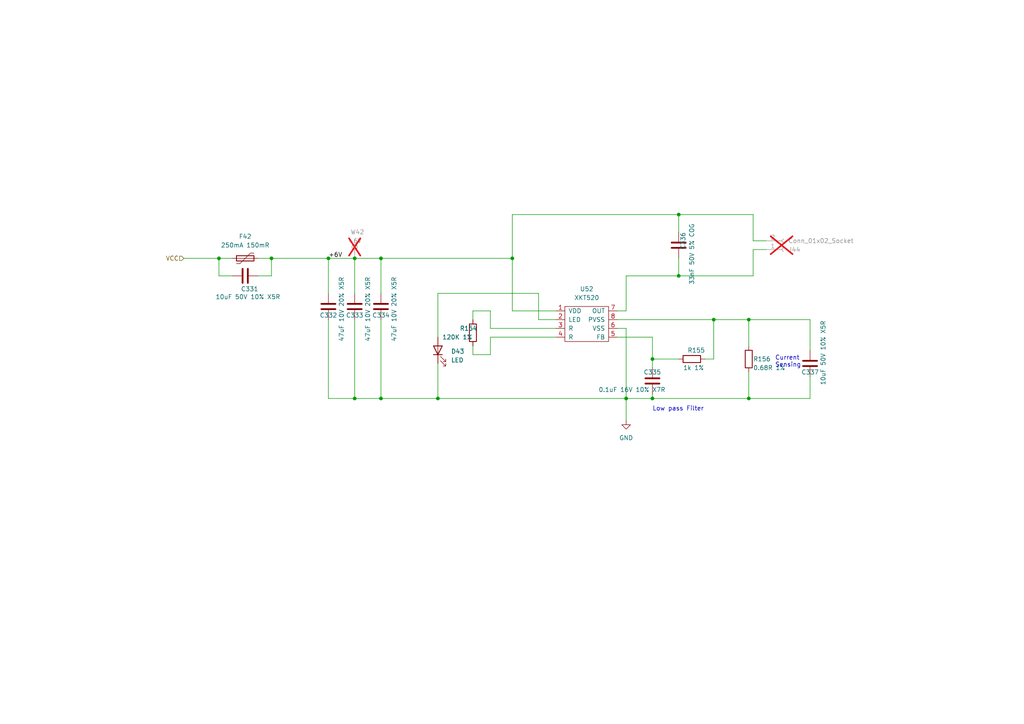
<source format=kicad_sch>
(kicad_sch (version 20250114) (generator "eeschema") (generator_version "9.0")
  (paper "A4")
  (lib_symbols
    (symbol "Connector:Conn_01x02_Socket" (pin_names (offset 1.016) (hide yes))
      (property "Reference" "J" (at 0 2.54 0))
      (property "Value" "Conn_01x02_Socket" (at 0 -5.08 0))
      (symbol "Conn_01x02_Socket_1_1"
        (polyline (pts (xy -1.27 0) (xy -0.508 0)) (stroke (width 0.1524)))
        (polyline (pts (xy -1.27 -2.54) (xy -0.508 -2.54)) (stroke (width 0.1524)))
        (arc (start 0 -0.508) (mid -0.5058 0) (end 0 0.508) (stroke (width 0.1524)))
        (arc (start 0 -3.048) (mid -0.5058 -2.54) (end 0 -2.032) (stroke (width 0.1524)))
        (pin passive line (at -5.08 0 0) (length 3.81) (name "Pin_1") (number "1"))
        (pin passive line (at -5.08 -2.54 0) (length 3.81) (name "Pin_2") (number "2"))
      )
    )
    (symbol "Device:C" (pin_numbers (hide yes)) (pin_names (offset 0.254))
      (property "Reference" "C" (at 0.635 2.54 0))
      (property "Value" "C" (at 0.635 -2.54 0))
      (symbol "C_0_1"
        (polyline (pts (xy -2.032 0.762) (xy 2.032 0.762)) (stroke (width 0.508)))
        (polyline (pts (xy -2.032 -0.762) (xy 2.032 -0.762)) (stroke (width 0.508)))
      )
      (symbol "C_1_1"
        (pin passive line (at 0 3.81 270) (length 2.794) (name "~") (number "1"))
        (pin passive line (at 0 -3.81 90) (length 2.794) (name "~") (number "2"))
      )
    )
    (symbol "Device:LED" (pin_numbers (hide yes)) (pin_names (offset 1.016) (hide yes))
      (property "Reference" "D" (at 0 2.54 0))
      (property "Value" "LED" (at 0 -2.54 0))
      (symbol "LED_0_1"
        (polyline (pts (xy -3.048 -0.762) (xy -4.572 -2.286) (xy -3.81 -2.286) (xy -4.572 -2.286) (xy -4.572 -1.524)))
        (polyline (pts (xy -1.778 -0.762) (xy -3.302 -2.286) (xy -2.54 -2.286) (xy -3.302 -2.286) (xy -3.302 -1.524)))
        (polyline (pts (xy -1.27 0) (xy 1.27 0)))
        (polyline (pts (xy -1.27 -1.27) (xy -1.27 1.27)) (stroke (width 0.254)))
        (polyline (pts (xy 1.27 -1.27) (xy 1.27 1.27) (xy -1.27 0) (xy 1.27 -1.27)) (stroke (width 0.254)))
      )
      (symbol "LED_1_1"
        (pin passive line (at -3.81 0 0) (length 2.54) (name "K") (number "1"))
        (pin passive line (at 3.81 0 180) (length 2.54) (name "A") (number "2"))
      )
    )
    (symbol "Device:Polyfuse" (pin_numbers (hide yes)) (pin_names (offset 0))
      (property "Reference" "F" (at -2.54 0 90))
      (property "Value" "Polyfuse" (at 2.54 0 90))
      (symbol "Polyfuse_0_1"
        (polyline (pts (xy -1.524 2.54) (xy -1.524 1.524) (xy 1.524 -1.524) (xy 1.524 -2.54)))
        (rectangle (start -0.762 2.54) (end 0.762 -2.54) (stroke (width 0.254)))
        (polyline (pts (xy 0 2.54) (xy 0 -2.54)))
      )
      (symbol "Polyfuse_1_1"
        (pin passive line (at 0 3.81 270) (length 1.27) (name "~") (number "1"))
        (pin passive line (at 0 -3.81 90) (length 1.27) (name "~") (number "2"))
      )
    )
    (symbol "Device:R" (pin_numbers (hide yes)) (pin_names (offset 0))
      (property "Reference" "R" (at 2.032 0 90))
      (property "Value" "R" (at 0 0 90))
      (symbol "R_0_1"
        (rectangle (start -1.016 -2.54) (end 1.016 2.54) (stroke (width 0.254)))
      )
      (symbol "R_1_1"
        (pin passive line (at 0 3.81 270) (length 1.27) (name "~") (number "1"))
        (pin passive line (at 0 -3.81 90) (length 1.27) (name "~") (number "2"))
      )
    )
    (symbol "Pixels-dice:TEST_1P-conn" (pin_numbers (hide yes)) (pin_names (offset 0.762) (hide yes))
      (property "Reference" "W" (at 0 6.858 0))
      (property "Value" "TEST_1P-conn" (at 0 5.08 0))
      (symbol "TEST_1P-conn_0_1"
        (circle (center 0 3.302) (radius 0.762))
      )
      (symbol "TEST_1P-conn_1_1"
        (pin passive line (at 0 0 90) (length 2.54) (name "1") (number "1"))
      )
    )
    (symbol "Pixels-dice:XKT520" (pin_names (offset 1.016))
      (property "Reference" "U" (at 0 6.35 0))
      (property "Value" "XKT520" (at 0 -6.35 0))
      (symbol "XKT520_0_1"
        (rectangle (start -6.35 5.08) (end 6.35 -5.08))
      )
      (symbol "XKT520_1_1"
        (pin power_in line (at -8.89 3.81 0) (length 2.54) (name "VDD") (number "1"))
        (pin output line (at -8.89 1.27 0) (length 2.54) (name "LED") (number "2"))
        (pin passive line (at -8.89 -1.27 0) (length 2.54) (name "R") (number "3"))
        (pin passive line (at -8.89 -3.81 0) (length 2.54) (name "R") (number "4"))
        (pin output line (at 8.89 3.81 180) (length 2.54) (name "OUT") (number "7"))
        (pin output line (at 8.89 1.27 180) (length 2.54) (name "PVSS") (number "8"))
        (pin power_in line (at 8.89 -1.27 180) (length 2.54) (name "VSS") (number "6"))
        (pin input line (at 8.89 -3.81 180) (length 2.54) (name "FB") (number "5"))
      )
    )
    (symbol "power:GND" (power) (pin_numbers (hide yes)) (pin_names (offset 0) (hide yes))
      (property "Value" "GND" (at 0 -3.81 0))
      (symbol "GND_0_1"
        (polyline (pts (xy 0 0) (xy 0 -1.27) (xy 1.27 -1.27) (xy 0 -2.54) (xy -1.27 -1.27) (xy 0 -1.27)))
      )
      (symbol "GND_1_1"
        (pin power_in line (at 0 0 270) (length 0) (name "~") (number "1"))
      )
    )
  )
  (text "Low pass Filter" (at 189.23 119.38 0) (effects (font (size 1.27 1.27)) (justify left bottom)))
  (text "Current\nSensing" (at 224.79 106.68 0) (effects (font (size 1.27 1.27)) (justify left bottom)))
  (junction (at 196.85 80.01))
  (junction (at 217.17 115.57))
  (junction (at 148.59 74.93))
  (junction (at 63.5 74.93))
  (junction (at 102.87 74.93))
  (junction (at 102.87 115.57))
  (junction (at 207.01 92.71))
  (junction (at 110.49 115.57))
  (junction (at 217.17 92.71))
  (junction (at 189.23 115.57))
  (junction (at 110.49 74.93))
  (junction (at 95.25 74.93))
  (junction (at 181.61 115.57))
  (junction (at 196.85 62.23))
  (junction (at 127 115.57))
  (junction (at 189.23 104.14))
  (junction (at 78.74 74.93))
  (wire (pts (xy 102.87 74.93) (xy 95.25 74.93)))
  (wire (pts (xy 196.85 62.23) (xy 196.85 67.31)))
  (wire (pts (xy 196.85 80.01) (xy 218.44 80.01)))
  (wire (pts (xy 181.61 115.57) (xy 189.23 115.57)))
  (wire (pts (xy 189.23 104.14) (xy 196.85 104.14)))
  (wire (pts (xy 217.17 107.95) (xy 217.17 115.57)))
  (wire (pts (xy 110.49 74.93) (xy 148.59 74.93)))
  (wire (pts (xy 181.61 95.25) (xy 179.07 95.25)))
  (wire (pts (xy 95.25 115.57) (xy 102.87 115.57)))
  (wire (pts (xy 148.59 74.93) (xy 148.59 90.17)))
  (wire (pts (xy 204.47 104.14) (xy 207.01 104.14)))
  (wire (pts (xy 53.34 74.93) (xy 63.5 74.93)))
  (wire (pts (xy 234.95 92.71) (xy 234.95 101.6)))
  (wire (pts (xy 137.16 90.17) (xy 137.16 92.71)))
  (wire (pts (xy 156.21 92.71) (xy 156.21 85.09)))
  (wire (pts (xy 196.85 74.93) (xy 196.85 80.01)))
  (wire (pts (xy 179.07 97.79) (xy 189.23 97.79)))
  (wire (pts (xy 74.93 80.01) (xy 78.74 80.01)))
  (wire (pts (xy 110.49 115.57) (xy 127 115.57)))
  (wire (pts (xy 127 105.41) (xy 127 115.57)))
  (wire (pts (xy 142.24 95.25) (xy 161.29 95.25)))
  (wire (pts (xy 181.61 95.25) (xy 181.61 115.57)))
  (wire (pts (xy 67.31 80.01) (xy 63.5 80.01)))
  (wire (pts (xy 142.24 102.87) (xy 137.16 102.87)))
  (wire (pts (xy 179.07 92.71) (xy 207.01 92.71)))
  (wire (pts (xy 102.87 115.57) (xy 110.49 115.57)))
  (wire (pts (xy 95.25 92.71) (xy 95.25 115.57)))
  (wire (pts (xy 189.23 114.3) (xy 189.23 115.57)))
  (wire (pts (xy 189.23 104.14) (xy 189.23 97.79)))
  (wire (pts (xy 196.85 80.01) (xy 181.61 80.01)))
  (wire (pts (xy 148.59 90.17) (xy 161.29 90.17)))
  (wire (pts (xy 142.24 90.17) (xy 142.24 95.25)))
  (wire (pts (xy 102.87 74.93) (xy 110.49 74.93)))
  (wire (pts (xy 110.49 74.93) (xy 110.49 85.09)))
  (wire (pts (xy 148.59 62.23) (xy 196.85 62.23)))
  (wire (pts (xy 142.24 102.87) (xy 142.24 97.79)))
  (wire (pts (xy 218.44 72.39) (xy 222.25 72.39)))
  (wire (pts (xy 78.74 80.01) (xy 78.74 74.93)))
  (wire (pts (xy 78.74 74.93) (xy 95.25 74.93)))
  (wire (pts (xy 196.85 62.23) (xy 218.44 62.23)))
  (wire (pts (xy 234.95 109.22) (xy 234.95 115.57)))
  (wire (pts (xy 218.44 69.85) (xy 218.44 62.23)))
  (wire (pts (xy 137.16 102.87) (xy 137.16 100.33)))
  (wire (pts (xy 127 85.09) (xy 127 97.79)))
  (wire (pts (xy 127 85.09) (xy 156.21 85.09)))
  (wire (pts (xy 217.17 92.71) (xy 217.17 100.33)))
  (wire (pts (xy 222.25 69.85) (xy 218.44 69.85)))
  (wire (pts (xy 102.87 74.93) (xy 102.87 85.09)))
  (wire (pts (xy 189.23 104.14) (xy 189.23 106.68)))
  (wire (pts (xy 217.17 92.71) (xy 234.95 92.71)))
  (wire (pts (xy 218.44 80.01) (xy 218.44 72.39)))
  (wire (pts (xy 217.17 115.57) (xy 189.23 115.57)))
  (wire (pts (xy 142.24 90.17) (xy 137.16 90.17)))
  (wire (pts (xy 207.01 104.14) (xy 207.01 92.71)))
  (wire (pts (xy 181.61 90.17) (xy 179.07 90.17)))
  (wire (pts (xy 74.93 74.93) (xy 78.74 74.93)))
  (wire (pts (xy 234.95 115.57) (xy 217.17 115.57)))
  (wire (pts (xy 207.01 92.71) (xy 217.17 92.71)))
  (wire (pts (xy 181.61 115.57) (xy 181.61 121.92)))
  (wire (pts (xy 127 115.57) (xy 181.61 115.57)))
  (wire (pts (xy 102.87 92.71) (xy 102.87 115.57)))
  (wire (pts (xy 148.59 62.23) (xy 148.59 74.93)))
  (wire (pts (xy 63.5 80.01) (xy 63.5 74.93)))
  (wire (pts (xy 181.61 80.01) (xy 181.61 90.17)))
  (wire (pts (xy 110.49 92.71) (xy 110.49 115.57)))
  (wire (pts (xy 142.24 97.79) (xy 161.29 97.79)))
  (wire (pts (xy 95.25 74.93) (xy 95.25 85.09)))
  (wire (pts (xy 63.5 74.93) (xy 67.31 74.93)))
  (wire (pts (xy 156.21 92.71) (xy 161.29 92.71)))
  (label "+6V" (at 95.25 74.93 0))
  (hierarchical_label "VCC" (shape input) (at 53.34 74.93 180))
  (symbol (lib_id "Device:LED") (at 127 101.6 90) (unit 1)
    (property "Reference" "D1" (at 130.81 101.9174 90) (effects (justify right)))
    (property "Value" "LED" (at 130.81 104.4574 90) (effects (justify right)))
    (property "Footprint" "LED_SMD:LED_0603_1608Metric" (effects (hide yes)))
    (instances (project "Charging Jig V1" (path "" (reference "D43") (unit 1)) (path "" (reference "D39") (unit 1)) (path "" (reference "D40") (unit 1)) (path "" (reference "D38") (unit 1)) (path "" (reference "D41") (unit 1)) (path "" (reference "D37") (unit 1)) (path "" (reference "D42") (unit 1)) (path "" (reference "D57") (unit 1)) (path "" (reference "D53") (unit 1)) (path "" (reference "D54") (unit 1)) (path "" (reference "D52") (unit 1)) (path "" (reference "D55") (unit 1)) (path "" (reference "D51") (unit 1)) (path "" (reference "D56") (unit 1)) (path "" (reference "D36") (unit 1)) (path "" (reference "D32") (unit 1)) (path "" (reference "D33") (unit 1)) (path "" (reference "D31") (unit 1)) (path "" (reference "D34") (unit 1)) (path "" (reference "D30") (unit 1)) (path "" (reference "D35") (unit 1)) (path "" (reference "D7") (unit 1)) (path "" (reference "D3") (unit 1)) (path "" (reference "D4") (unit 1)) (path "" (reference "D2") (unit 1)) (path "" (reference "D5") (unit 1)) (path "" (reference "D1") (unit 1)) (path "" (reference "D6") (unit 1)) (path "" (reference "D22") (unit 1)) (path "" (reference "D18") (unit 1)) (path "" (reference "D19") (unit 1)) (path "" (reference "D17") (unit 1)) (path "" (reference "D20") (unit 1)) (path "" (reference "D16") (unit 1)) (path "" (reference "D21") (unit 1)) (path "" (reference "D64") (unit 1)) (path "" (reference "D60") (unit 1)) (path "" (reference "D61") (unit 1)) (path "" (reference "D59") (unit 1)) (path "" (reference "D62") (unit 1)) (path "" (reference "D58") (unit 1)) (path "" (reference "D63") (unit 1)) (path "" (reference "D50") (unit 1)) (path "" (reference "D46") (unit 1)) (path "" (reference "D47") (unit 1)) (path "" (reference "D45") (unit 1)) (path "" (reference "D48") (unit 1)) (path "" (reference "D44") (unit 1)) (path "" (reference "D49") (unit 1)) (path "" (reference "D29") (unit 1)) (path "" (reference "D25") (unit 1)) (path "" (reference "D26") (unit 1)) (path "" (reference "D24") (unit 1)) (path "" (reference "D27") (unit 1)) (path "" (reference "D23") (unit 1)) (path "" (reference "D28") (unit 1)) (path "" (reference "D15") (unit 1)) (path "" (reference "D11") (unit 1)) (path "" (reference "D12") (unit 1)) (path "" (reference "D10") (unit 1)) (path "" (reference "D13") (unit 1)) (path "" (reference "D9") (unit 1)) (path "" (reference "D14") (unit 1)) (path "" (reference "D71") (unit 1)) (path "" (reference "D67") (unit 1)) (path "" (reference "D68") (unit 1)) (path "" (reference "D66") (unit 1)) (path "" (reference "D69") (unit 1)) (path "" (reference "D65") (unit 1)) (path "" (reference "D70") (unit 1))))
  )
  (symbol (lib_id "Device:C") (at 71.12 80.01 270) (unit 1)
    (property "Reference" "C1" (at 69.85 83.82 90) (effects (justify left)))
    (property "Value" "10uF 50V 10% X5R" (at 62.484 86.106 90) (effects (justify left)))
    (property "Footprint" "Capacitor_SMD:C_0805_2012Metric" (effects (hide yes)))
    (property "Part Number" " CGA0805X5R106K250MT" (effects (hide yes)))
    (property "Manufacturer" "HRE" (effects (hide yes)))
    (instances (project "Charging Jig V1" (path "" (reference "C331") (unit 1)) (path "" (reference "C303") (unit 1)) (path "" (reference "C310") (unit 1)) (path "" (reference "C296") (unit 1)) (path "" (reference "C317") (unit 1)) (path "" (reference "C289") (unit 1)) (path "" (reference "C324") (unit 1)) (path "" (reference "C429") (unit 1)) (path "" (reference "C401") (unit 1)) (path "" (reference "C408") (unit 1)) (path "" (reference "C394") (unit 1)) (path "" (reference "C415") (unit 1)) (path "" (reference "C387") (unit 1)) (path "" (reference "C422") (unit 1)) (path "" (reference "C262") (unit 1)) (path "" (reference "C234") (unit 1)) (path "" (reference "C241") (unit 1)) (path "" (reference "C227") (unit 1)) (path "" (reference "C248") (unit 1)) (path "" (reference "C220") (unit 1)) (path "" (reference "C255") (unit 1)) (path "" (reference "C43") (unit 1)) (path "" (reference "C15") (unit 1)) (path "" (reference "C22") (unit 1)) (path "" (reference "C8") (unit 1)) (path "" (reference "C29") (unit 1)) (path "" (reference "C1") (unit 1)) (path "" (reference "C36") (unit 1)) (path "" (reference "C156") (unit 1)) (path "" (reference "C128") (unit 1)) (path "" (reference "C135") (unit 1)) (path "" (reference "C121") (unit 1)) (path "" (reference "C142") (unit 1)) (path "" (reference "C114") (unit 1)) (path "" (reference "C149") (unit 1)) (path "" (reference "C478") (unit 1)) (path "" (reference "C450") (unit 1)) (path "" (reference "C457") (unit 1)) (path "" (reference "C443") (unit 1)) (path "" (reference "C464") (unit 1)) (path "" (reference "C436") (unit 1)) (path "" (reference "C471") (unit 1)) (path "" (reference "C380") (unit 1)) (path "" (reference "C352") (unit 1)) (path "" (reference "C359") (unit 1)) (path "" (reference "C345") (unit 1)) (path "" (reference "C366") (unit 1)) (path "" (reference "C338") (unit 1)) (path "" (reference "C373") (unit 1)) (path "" (reference "C209") (unit 1)) (path "" (reference "C181") (unit 1)) (path "" (reference "C188") (unit 1)) (path "" (reference "C174") (unit 1)) (path "" (reference "C195") (unit 1)) (path "" (reference "C167") (unit 1)) (path "" (reference "C202") (unit 1)) (path "" (reference "C103") (unit 1)) (path "" (reference "C75") (unit 1)) (path "" (reference "C82") (unit 1)) (path "" (reference "C68") (unit 1)) (path "" (reference "C89") (unit 1)) (path "" (reference "C61") (unit 1)) (path "" (reference "C96") (unit 1)) (path "" (reference "C527") (unit 1)) (path "" (reference "C499") (unit 1)) (path "" (reference "C506") (unit 1)) (path "" (reference "C492") (unit 1)) (path "" (reference "C513") (unit 1)) (path "" (reference "C485") (unit 1)) (path "" (reference "C520") (unit 1))))
  )
  (symbol (lib_id "Device:R") (at 137.16 96.52 180) (unit 1)
    (property "Reference" "R1" (at 133.35 95.25 0) (effects (justify right)))
    (property "Value" "120K 1%" (at 128.27 97.79 0) (effects (justify right)))
    (property "Footprint" "Resistor_SMD:R_0402_1005Metric" (effects (hide yes)))
    (property "Part Number" "0402WGF1203TCE" (effects (hide yes)))
    (property "Manufacturer" "UNI-ROYAL(Uniroyal Elec)" (effects (hide yes)))
    (property "LCSC Part #" "C25750" (effects (hide yes)))
    (instances (project "Charging Jig V1" (path "" (reference "R154") (unit 1)) (path "" (reference "R142") (unit 1)) (path "" (reference "R145") (unit 1)) (path "" (reference "R139") (unit 1)) (path "" (reference "R148") (unit 1)) (path "" (reference "R136") (unit 1)) (path "" (reference "R151") (unit 1)) (path "" (reference "R196") (unit 1)) (path "" (reference "R184") (unit 1)) (path "" (reference "R187") (unit 1)) (path "" (reference "R181") (unit 1)) (path "" (reference "R190") (unit 1)) (path "" (reference "R178") (unit 1)) (path "" (reference "R193") (unit 1)) (path "" (reference "R118") (unit 1)) (path "" (reference "R106") (unit 1)) (path "" (reference "R109") (unit 1)) (path "" (reference "R103") (unit 1)) (path "" (reference "R112") (unit 1)) (path "" (reference "R100") (unit 1)) (path "" (reference "R115") (unit 1)) (path "" (reference "R19") (unit 1)) (path "" (reference "R7") (unit 1)) (path "" (reference "R10") (unit 1)) (path "" (reference "R4") (unit 1)) (path "" (reference "R13") (unit 1)) (path "" (reference "R1") (unit 1)) (path "" (reference "R16") (unit 1)) (path "" (reference "R70") (unit 1)) (path "" (reference "R58") (unit 1)) (path "" (reference "R61") (unit 1)) (path "" (reference "R55") (unit 1)) (path "" (reference "R64") (unit 1)) (path "" (reference "R52") (unit 1)) (path "" (reference "R67") (unit 1)) (path "" (reference "R217") (unit 1)) (path "" (reference "R205") (unit 1)) (path "" (reference "R208") (unit 1)) (path "" (reference "R202") (unit 1)) (path "" (reference "R211") (unit 1)) (path "" (reference "R199") (unit 1)) (path "" (reference "R214") (unit 1)) (path "" (reference "R175") (unit 1)) (path "" (reference "R163") (unit 1)) (path "" (reference "R166") (unit 1)) (path "" (reference "R160") (unit 1)) (path "" (reference "R169") (unit 1)) (path "" (reference "R157") (unit 1)) (path "" (reference "R172") (unit 1)) (path "" (reference "R94") (unit 1)) (path "" (reference "R82") (unit 1)) (path "" (reference "R85") (unit 1)) (path "" (reference "R79") (unit 1)) (path "" (reference "R88") (unit 1)) (path "" (reference "R76") (unit 1)) (path "" (reference "R91") (unit 1)) (path "" (reference "R46") (unit 1)) (path "" (reference "R34") (unit 1)) (path "" (reference "R37") (unit 1)) (path "" (reference "R31") (unit 1)) (path "" (reference "R40") (unit 1)) (path "" (reference "R28") (unit 1)) (path "" (reference "R43") (unit 1)) (path "" (reference "R238") (unit 1)) (path "" (reference "R226") (unit 1)) (path "" (reference "R229") (unit 1)) (path "" (reference "R223") (unit 1)) (path "" (reference "R232") (unit 1)) (path "" (reference "R220") (unit 1)) (path "" (reference "R235") (unit 1))))
  )
  (symbol (lib_id "Device:C") (at 189.23 110.49 180) (unit 1)
    (property "Reference" "C5" (at 191.77 107.95 0) (effects (justify left)))
    (property "Value" "0.1uF 16V 10% X7R" (at 193.04 113.03 0) (effects (justify left)))
    (property "Footprint" "Capacitor_SMD:C_0603_1608Metric" (effects (hide yes)))
    (property "Part Number" "CGA0603X7R104K500JT" (effects (hide yes)))
    (property "Manufacturer" "HRE" (effects (hide yes)))
    (instances (project "Charging Jig V1" (path "" (reference "C335") (unit 1)) (path "" (reference "C307") (unit 1)) (path "" (reference "C314") (unit 1)) (path "" (reference "C300") (unit 1)) (path "" (reference "C321") (unit 1)) (path "" (reference "C293") (unit 1)) (path "" (reference "C328") (unit 1)) (path "" (reference "C433") (unit 1)) (path "" (reference "C405") (unit 1)) (path "" (reference "C412") (unit 1)) (path "" (reference "C398") (unit 1)) (path "" (reference "C419") (unit 1)) (path "" (reference "C391") (unit 1)) (path "" (reference "C426") (unit 1)) (path "" (reference "C266") (unit 1)) (path "" (reference "C238") (unit 1)) (path "" (reference "C245") (unit 1)) (path "" (reference "C231") (unit 1)) (path "" (reference "C252") (unit 1)) (path "" (reference "C224") (unit 1)) (path "" (reference "C259") (unit 1)) (path "" (reference "C47") (unit 1)) (path "" (reference "C19") (unit 1)) (path "" (reference "C26") (unit 1)) (path "" (reference "C12") (unit 1)) (path "" (reference "C33") (unit 1)) (path "" (reference "C5") (unit 1)) (path "" (reference "C40") (unit 1)) (path "" (reference "C160") (unit 1)) (path "" (reference "C132") (unit 1)) (path "" (reference "C139") (unit 1)) (path "" (reference "C125") (unit 1)) (path "" (reference "C146") (unit 1)) (path "" (reference "C118") (unit 1)) (path "" (reference "C153") (unit 1)) (path "" (reference "C482") (unit 1)) (path "" (reference "C454") (unit 1)) (path "" (reference "C461") (unit 1)) (path "" (reference "C447") (unit 1)) (path "" (reference "C468") (unit 1)) (path "" (reference "C440") (unit 1)) (path "" (reference "C475") (unit 1)) (path "" (reference "C384") (unit 1)) (path "" (reference "C356") (unit 1)) (path "" (reference "C363") (unit 1)) (path "" (reference "C349") (unit 1)) (path "" (reference "C370") (unit 1)) (path "" (reference "C342") (unit 1)) (path "" (reference "C377") (unit 1)) (path "" (reference "C213") (unit 1)) (path "" (reference "C185") (unit 1)) (path "" (reference "C192") (unit 1)) (path "" (reference "C178") (unit 1)) (path "" (reference "C199") (unit 1)) (path "" (reference "C171") (unit 1)) (path "" (reference "C206") (unit 1)) (path "" (reference "C107") (unit 1)) (path "" (reference "C79") (unit 1)) (path "" (reference "C86") (unit 1)) (path "" (reference "C72") (unit 1)) (path "" (reference "C93") (unit 1)) (path "" (reference "C65") (unit 1)) (path "" (reference "C100") (unit 1)) (path "" (reference "C531") (unit 1)) (path "" (reference "C503") (unit 1)) (path "" (reference "C510") (unit 1)) (path "" (reference "C496") (unit 1)) (path "" (reference "C517") (unit 1)) (path "" (reference "C489") (unit 1)) (path "" (reference "C524") (unit 1))))
  )
  (symbol (lib_id "Device:C") (at 102.87 88.9 0) (unit 1)
    (property "Reference" "C3" (at 100.33 91.44 0) (effects (justify left)))
    (property "Value" "47uF 10V 20% X5R" (at 106.68 99.06 90) (effects (justify left)))
    (property "Footprint" "Capacitor_SMD:C_1206_3216Metric" (effects (hide yes)))
    (property "Part Number" " CGA1206X5R476M100NT" (effects (hide yes)))
    (property "Manufacturer" "HRE" (effects (hide yes)))
    (instances (project "Charging Jig V1" (path "" (reference "C333") (unit 1)) (path "" (reference "C305") (unit 1)) (path "" (reference "C312") (unit 1)) (path "" (reference "C298") (unit 1)) (path "" (reference "C319") (unit 1)) (path "" (reference "C291") (unit 1)) (path "" (reference "C326") (unit 1)) (path "" (reference "C431") (unit 1)) (path "" (reference "C403") (unit 1)) (path "" (reference "C410") (unit 1)) (path "" (reference "C396") (unit 1)) (path "" (reference "C417") (unit 1)) (path "" (reference "C389") (unit 1)) (path "" (reference "C424") (unit 1)) (path "" (reference "C264") (unit 1)) (path "" (reference "C236") (unit 1)) (path "" (reference "C243") (unit 1)) (path "" (reference "C229") (unit 1)) (path "" (reference "C250") (unit 1)) (path "" (reference "C222") (unit 1)) (path "" (reference "C257") (unit 1)) (path "" (reference "C45") (unit 1)) (path "" (reference "C17") (unit 1)) (path "" (reference "C24") (unit 1)) (path "" (reference "C10") (unit 1)) (path "" (reference "C31") (unit 1)) (path "" (reference "C3") (unit 1)) (path "" (reference "C38") (unit 1)) (path "" (reference "C158") (unit 1)) (path "" (reference "C130") (unit 1)) (path "" (reference "C137") (unit 1)) (path "" (reference "C123") (unit 1)) (path "" (reference "C144") (unit 1)) (path "" (reference "C116") (unit 1)) (path "" (reference "C151") (unit 1)) (path "" (reference "C480") (unit 1)) (path "" (reference "C452") (unit 1)) (path "" (reference "C459") (unit 1)) (path "" (reference "C445") (unit 1)) (path "" (reference "C466") (unit 1)) (path "" (reference "C438") (unit 1)) (path "" (reference "C473") (unit 1)) (path "" (reference "C382") (unit 1)) (path "" (reference "C354") (unit 1)) (path "" (reference "C361") (unit 1)) (path "" (reference "C347") (unit 1)) (path "" (reference "C368") (unit 1)) (path "" (reference "C340") (unit 1)) (path "" (reference "C375") (unit 1)) (path "" (reference "C211") (unit 1)) (path "" (reference "C183") (unit 1)) (path "" (reference "C190") (unit 1)) (path "" (reference "C176") (unit 1)) (path "" (reference "C197") (unit 1)) (path "" (reference "C169") (unit 1)) (path "" (reference "C204") (unit 1)) (path "" (reference "C105") (unit 1)) (path "" (reference "C77") (unit 1)) (path "" (reference "C84") (unit 1)) (path "" (reference "C70") (unit 1)) (path "" (reference "C91") (unit 1)) (path "" (reference "C63") (unit 1)) (path "" (reference "C98") (unit 1)) (path "" (reference "C529") (unit 1)) (path "" (reference "C501") (unit 1)) (path "" (reference "C508") (unit 1)) (path "" (reference "C494") (unit 1)) (path "" (reference "C515") (unit 1)) (path "" (reference "C487") (unit 1)) (path "" (reference "C522") (unit 1))))
  )
  (symbol (lib_id "Device:C") (at 234.95 105.41 0) (unit 1)
    (property "Reference" "C7" (at 232.41 107.95 0) (effects (justify left)))
    (property "Value" "10uF 50V 10% X5R" (at 238.76 111.76 90) (effects (justify left)))
    (property "Footprint" "Capacitor_SMD:C_0805_2012Metric" (effects (hide yes)))
    (property "Part Number" " CGA0805X5R106K250MT" (effects (hide yes)))
    (property "Manufacturer" "HRE" (effects (hide yes)))
    (instances (project "Charging Jig V1" (path "" (reference "C337") (unit 1)) (path "" (reference "C309") (unit 1)) (path "" (reference "C316") (unit 1)) (path "" (reference "C302") (unit 1)) (path "" (reference "C323") (unit 1)) (path "" (reference "C295") (unit 1)) (path "" (reference "C330") (unit 1)) (path "" (reference "C435") (unit 1)) (path "" (reference "C407") (unit 1)) (path "" (reference "C414") (unit 1)) (path "" (reference "C400") (unit 1)) (path "" (reference "C421") (unit 1)) (path "" (reference "C393") (unit 1)) (path "" (reference "C428") (unit 1)) (path "" (reference "C268") (unit 1)) (path "" (reference "C240") (unit 1)) (path "" (reference "C247") (unit 1)) (path "" (reference "C233") (unit 1)) (path "" (reference "C254") (unit 1)) (path "" (reference "C226") (unit 1)) (path "" (reference "C261") (unit 1)) (path "" (reference "C49") (unit 1)) (path "" (reference "C21") (unit 1)) (path "" (reference "C28") (unit 1)) (path "" (reference "C14") (unit 1)) (path "" (reference "C35") (unit 1)) (path "" (reference "C7") (unit 1)) (path "" (reference "C42") (unit 1)) (path "" (reference "C162") (unit 1)) (path "" (reference "C134") (unit 1)) (path "" (reference "C141") (unit 1)) (path "" (reference "C127") (unit 1)) (path "" (reference "C148") (unit 1)) (path "" (reference "C120") (unit 1)) (path "" (reference "C155") (unit 1)) (path "" (reference "C484") (unit 1)) (path "" (reference "C456") (unit 1)) (path "" (reference "C463") (unit 1)) (path "" (reference "C449") (unit 1)) (path "" (reference "C470") (unit 1)) (path "" (reference "C442") (unit 1)) (path "" (reference "C477") (unit 1)) (path "" (reference "C386") (unit 1)) (path "" (reference "C358") (unit 1)) (path "" (reference "C365") (unit 1)) (path "" (reference "C351") (unit 1)) (path "" (reference "C372") (unit 1)) (path "" (reference "C344") (unit 1)) (path "" (reference "C379") (unit 1)) (path "" (reference "C215") (unit 1)) (path "" (reference "C187") (unit 1)) (path "" (reference "C194") (unit 1)) (path "" (reference "C180") (unit 1)) (path "" (reference "C201") (unit 1)) (path "" (reference "C173") (unit 1)) (path "" (reference "C208") (unit 1)) (path "" (reference "C109") (unit 1)) (path "" (reference "C81") (unit 1)) (path "" (reference "C88") (unit 1)) (path "" (reference "C74") (unit 1)) (path "" (reference "C95") (unit 1)) (path "" (reference "C67") (unit 1)) (path "" (reference "C102") (unit 1)) (path "" (reference "C533") (unit 1)) (path "" (reference "C505") (unit 1)) (path "" (reference "C512") (unit 1)) (path "" (reference "C498") (unit 1)) (path "" (reference "C519") (unit 1)) (path "" (reference "C491") (unit 1)) (path "" (reference "C526") (unit 1))))
  )
  (symbol (lib_id "Device:R") (at 200.66 104.14 90) (unit 1)
    (property "Reference" "R2" (at 199.39 101.6 90) (effects (justify right)))
    (property "Value" "1k 1%" (at 198.12 106.68 90) (effects (justify right)))
    (property "Footprint" "Resistor_SMD:R_0402_1005Metric" (effects (hide yes)))
    (property "Part Number" "0402WGF1001TCE" (effects (hide yes)))
    (property "Manufacturer" "UNI-ROYAL(Uniroyal Elec)" (effects (hide yes)))
    (property "LCSC Part #" "C11702" (effects (hide yes)))
    (instances (project "Charging Jig V1" (path "" (reference "R155") (unit 1)) (path "" (reference "R143") (unit 1)) (path "" (reference "R146") (unit 1)) (path "" (reference "R140") (unit 1)) (path "" (reference "R149") (unit 1)) (path "" (reference "R137") (unit 1)) (path "" (reference "R152") (unit 1)) (path "" (reference "R197") (unit 1)) (path "" (reference "R185") (unit 1)) (path "" (reference "R188") (unit 1)) (path "" (reference "R182") (unit 1)) (path "" (reference "R191") (unit 1)) (path "" (reference "R179") (unit 1)) (path "" (reference "R194") (unit 1)) (path "" (reference "R119") (unit 1)) (path "" (reference "R107") (unit 1)) (path "" (reference "R110") (unit 1)) (path "" (reference "R104") (unit 1)) (path "" (reference "R113") (unit 1)) (path "" (reference "R101") (unit 1)) (path "" (reference "R116") (unit 1)) (path "" (reference "R20") (unit 1)) (path "" (reference "R8") (unit 1)) (path "" (reference "R11") (unit 1)) (path "" (reference "R5") (unit 1)) (path "" (reference "R14") (unit 1)) (path "" (reference "R2") (unit 1)) (path "" (reference "R17") (unit 1)) (path "" (reference "R71") (unit 1)) (path "" (reference "R59") (unit 1)) (path "" (reference "R62") (unit 1)) (path "" (reference "R56") (unit 1)) (path "" (reference "R65") (unit 1)) (path "" (reference "R53") (unit 1)) (path "" (reference "R68") (unit 1)) (path "" (reference "R218") (unit 1)) (path "" (reference "R206") (unit 1)) (path "" (reference "R209") (unit 1)) (path "" (reference "R203") (unit 1)) (path "" (reference "R212") (unit 1)) (path "" (reference "R200") (unit 1)) (path "" (reference "R215") (unit 1)) (path "" (reference "R176") (unit 1)) (path "" (reference "R164") (unit 1)) (path "" (reference "R167") (unit 1)) (path "" (reference "R161") (unit 1)) (path "" (reference "R170") (unit 1)) (path "" (reference "R158") (unit 1)) (path "" (reference "R173") (unit 1)) (path "" (reference "R95") (unit 1)) (path "" (reference "R83") (unit 1)) (path "" (reference "R86") (unit 1)) (path "" (reference "R80") (unit 1)) (path "" (reference "R89") (unit 1)) (path "" (reference "R77") (unit 1)) (path "" (reference "R92") (unit 1)) (path "" (reference "R47") (unit 1)) (path "" (reference "R35") (unit 1)) (path "" (reference "R38") (unit 1)) (path "" (reference "R32") (unit 1)) (path "" (reference "R41") (unit 1)) (path "" (reference "R29") (unit 1)) (path "" (reference "R44") (unit 1)) (path "" (reference "R239") (unit 1)) (path "" (reference "R227") (unit 1)) (path "" (reference "R230") (unit 1)) (path "" (reference "R224") (unit 1)) (path "" (reference "R233") (unit 1)) (path "" (reference "R221") (unit 1)) (path "" (reference "R236") (unit 1))))
  )
  (symbol (lib_id "power:GND") (at 181.61 121.92 0) (unit 1)
    (property "Reference" "#PWR01" (effects (hide yes)))
    (property "Value" "GND" (at 181.61 127 0))
    (property "Description" "Power symbol creates a global label with name \"GND\" , ground" (effects (hide yes)))
    (instances (project "Charging Jig V1" (path "" (reference "#PWR053") (unit 1)) (path "" (reference "#PWR049") (unit 1)) (path "" (reference "#PWR050") (unit 1)) (path "" (reference "#PWR048") (unit 1)) (path "" (reference "#PWR051") (unit 1)) (path "" (reference "#PWR047") (unit 1)) (path "" (reference "#PWR052") (unit 1)) (path "" (reference "#PWR067") (unit 1)) (path "" (reference "#PWR063") (unit 1)) (path "" (reference "#PWR064") (unit 1)) (path "" (reference "#PWR062") (unit 1)) (path "" (reference "#PWR065") (unit 1)) (path "" (reference "#PWR061") (unit 1)) (path "" (reference "#PWR066") (unit 1)) (path "" (reference "#PWR041") (unit 1)) (path "" (reference "#PWR037") (unit 1)) (path "" (reference "#PWR038") (unit 1)) (path "" (reference "#PWR036") (unit 1)) (path "" (reference "#PWR039") (unit 1)) (path "" (reference "#PWR035") (unit 1)) (path "" (reference "#PWR040") (unit 1)) (path "" (reference "#PWR07") (unit 1)) (path "" (reference "#PWR03") (unit 1)) (path "" (reference "#PWR04") (unit 1)) (path "" (reference "#PWR02") (unit 1)) (path "" (reference "#PWR05") (unit 1)) (path "" (reference "#PWR01") (unit 1)) (path "" (reference "#PWR06") (unit 1)) (path "" (reference "#PWR025") (unit 1)) (path "" (reference "#PWR021") (unit 1)) (path "" (reference "#PWR022") (unit 1)) (path "" (reference "#PWR020") (unit 1)) (path "" (reference "#PWR023") (unit 1)) (path "" (reference "#PWR019") (unit 1)) (path "" (reference "#PWR024") (unit 1)) (path "" (reference "#PWR074") (unit 1)) (path "" (reference "#PWR070") (unit 1)) (path "" (reference "#PWR071") (unit 1)) (path "" (reference "#PWR069") (unit 1)) (path "" (reference "#PWR072") (unit 1)) (path "" (reference "#PWR068") (unit 1)) (path "" (reference "#PWR073") (unit 1)) (path "" (reference "#PWR060") (unit 1)) (path "" (reference "#PWR056") (unit 1)) (path "" (reference "#PWR057") (unit 1)) (path "" (reference "#PWR055") (unit 1)) (path "" (reference "#PWR058") (unit 1)) (path "" (reference "#PWR054") (unit 1)) (path "" (reference "#PWR059") (unit 1)) (path "" (reference "#PWR033") (unit 1)) (path "" (reference "#PWR029") (unit 1)) (path "" (reference "#PWR030") (unit 1)) (path "" (reference "#PWR028") (unit 1)) (path "" (reference "#PWR031") (unit 1)) (path "" (reference "#PWR027") (unit 1)) (path "" (reference "#PWR032") (unit 1)) (path "" (reference "#PWR017") (unit 1)) (path "" (reference "#PWR013") (unit 1)) (path "" (reference "#PWR014") (unit 1)) (path "" (reference "#PWR012") (unit 1)) (path "" (reference "#PWR015") (unit 1)) (path "" (reference "#PWR011") (unit 1)) (path "" (reference "#PWR016") (unit 1)) (path "" (reference "#PWR084") (unit 1)) (path "" (reference "#PWR077") (unit 1)) (path "" (reference "#PWR078") (unit 1)) (path "" (reference "#PWR076") (unit 1)) (path "" (reference "#PWR079") (unit 1)) (path "" (reference "#PWR075") (unit 1)) (path "" (reference "#PWR082") (unit 1))))
  )
  (symbol (lib_id "Pixels-dice:XKT520") (at 170.18 93.98 0) (unit 1)
    (property "Reference" "U1" (at 170.18 83.82 0))
    (property "Value" "XKT520" (at 170.18 86.36 0))
    (property "Footprint" "Pixels-dice:SOIC-8_3.9x4.9mm_P1.27mm" (effects (hide yes)))
    (property "Manufacturer" "XKT" (effects (hide yes)))
    (property "Part Number" "520" (effects (hide yes)))
    (instances (project "Charging Jig V1" (path "" (reference "U52") (unit 1)) (path "" (reference "U48") (unit 1)) (path "" (reference "U49") (unit 1)) (path "" (reference "U47") (unit 1)) (path "" (reference "U50") (unit 1)) (path "" (reference "U46") (unit 1)) (path "" (reference "U51") (unit 1)) (path "" (reference "U66") (unit 1)) (path "" (reference "U62") (unit 1)) (path "" (reference "U63") (unit 1)) (path "" (reference "U61") (unit 1)) (path "" (reference "U64") (unit 1)) (path "" (reference "U60") (unit 1)) (path "" (reference "U65") (unit 1)) (path "" (reference "U40") (unit 1)) (path "" (reference "U36") (unit 1)) (path "" (reference "U37") (unit 1)) (path "" (reference "U35") (unit 1)) (path "" (reference "U38") (unit 1)) (path "" (reference "U34") (unit 1)) (path "" (reference "U39") (unit 1)) (path "" (reference "U7") (unit 1)) (path "" (reference "U3") (unit 1)) (path "" (reference "U4") (unit 1)) (path "" (reference "U2") (unit 1)) (path "" (reference "U5") (unit 1)) (path "" (reference "U1") (unit 1)) (path "" (reference "U6") (unit 1)) (path "" (reference "U24") (unit 1)) (path "" (reference "U20") (unit 1)) (path "" (reference "U21") (unit 1)) (path "" (reference "U19") (unit 1)) (path "" (reference "U22") (unit 1)) (path "" (reference "U18") (unit 1)) (path "" (reference "U23") (unit 1)) (path "" (reference "U73") (unit 1)) (path "" (reference "U69") (unit 1)) (path "" (reference "U70") (unit 1)) (path "" (reference "U68") (unit 1)) (path "" (reference "U71") (unit 1)) (path "" (reference "U67") (unit 1)) (path "" (reference "U72") (unit 1)) (path "" (reference "U59") (unit 1)) (path "" (reference "U55") (unit 1)) (path "" (reference "U56") (unit 1)) (path "" (reference "U54") (unit 1)) (path "" (reference "U57") (unit 1)) (path "" (reference "U53") (unit 1)) (path "" (reference "U58") (unit 1)) (path "" (reference "U32") (unit 1)) (path "" (reference "U28") (unit 1)) (path "" (reference "U29") (unit 1)) (path "" (reference "U27") (unit 1)) (path "" (reference "U30") (unit 1)) (path "" (reference "U26") (unit 1)) (path "" (reference "U31") (unit 1)) (path "" (reference "U16") (unit 1)) (path "" (reference "U12") (unit 1)) (path "" (reference "U13") (unit 1)) (path "" (reference "U11") (unit 1)) (path "" (reference "U14") (unit 1)) (path "" (reference "U10") (unit 1)) (path "" (reference "U15") (unit 1)) (path "" (reference "U80") (unit 1)) (path "" (reference "U76") (unit 1)) (path "" (reference "U77") (unit 1)) (path "" (reference "U75") (unit 1)) (path "" (reference "U78") (unit 1)) (path "" (reference "U74") (unit 1)) (path "" (reference "U79") (unit 1))))
  )
  (symbol (lib_id "Device:R") (at 217.17 104.14 180) (unit 1)
    (property "Reference" "R3" (at 218.44 104.14 0) (effects (justify right)))
    (property "Value" "0.68R 1%" (at 218.44 106.68 0) (effects (justify right)))
    (property "Footprint" "Resistor_SMD:R_1206_3216Metric" (effects (hide yes)))
    (property "Manufacturer" "UNI-ROYAL(Uniroyal Elec)" (effects (hide yes)))
    (instances (project "Charging Jig V1" (path "" (reference "R156") (unit 1)) (path "" (reference "R144") (unit 1)) (path "" (reference "R147") (unit 1)) (path "" (reference "R141") (unit 1)) (path "" (reference "R150") (unit 1)) (path "" (reference "R138") (unit 1)) (path "" (reference "R153") (unit 1)) (path "" (reference "R198") (unit 1)) (path "" (reference "R186") (unit 1)) (path "" (reference "R189") (unit 1)) (path "" (reference "R183") (unit 1)) (path "" (reference "R192") (unit 1)) (path "" (reference "R180") (unit 1)) (path "" (reference "R195") (unit 1)) (path "" (reference "R120") (unit 1)) (path "" (reference "R108") (unit 1)) (path "" (reference "R111") (unit 1)) (path "" (reference "R105") (unit 1)) (path "" (reference "R114") (unit 1)) (path "" (reference "R102") (unit 1)) (path "" (reference "R117") (unit 1)) (path "" (reference "R21") (unit 1)) (path "" (reference "R9") (unit 1)) (path "" (reference "R12") (unit 1)) (path "" (reference "R6") (unit 1)) (path "" (reference "R15") (unit 1)) (path "" (reference "R3") (unit 1)) (path "" (reference "R18") (unit 1)) (path "" (reference "R72") (unit 1)) (path "" (reference "R60") (unit 1)) (path "" (reference "R63") (unit 1)) (path "" (reference "R57") (unit 1)) (path "" (reference "R66") (unit 1)) (path "" (reference "R54") (unit 1)) (path "" (reference "R69") (unit 1)) (path "" (reference "R219") (unit 1)) (path "" (reference "R207") (unit 1)) (path "" (reference "R210") (unit 1)) (path "" (reference "R204") (unit 1)) (path "" (reference "R213") (unit 1)) (path "" (reference "R201") (unit 1)) (path "" (reference "R216") (unit 1)) (path "" (reference "R177") (unit 1)) (path "" (reference "R165") (unit 1)) (path "" (reference "R168") (unit 1)) (path "" (reference "R162") (unit 1)) (path "" (reference "R171") (unit 1)) (path "" (reference "R159") (unit 1)) (path "" (reference "R174") (unit 1)) (path "" (reference "R96") (unit 1)) (path "" (reference "R84") (unit 1)) (path "" (reference "R87") (unit 1)) (path "" (reference "R81") (unit 1)) (path "" (reference "R90") (unit 1)) (path "" (reference "R78") (unit 1)) (path "" (reference "R93") (unit 1)) (path "" (reference "R48") (unit 1)) (path "" (reference "R36") (unit 1)) (path "" (reference "R39") (unit 1)) (path "" (reference "R33") (unit 1)) (path "" (reference "R42") (unit 1)) (path "" (reference "R30") (unit 1)) (path "" (reference "R45") (unit 1)) (path "" (reference "R240") (unit 1)) (path "" (reference "R228") (unit 1)) (path "" (reference "R231") (unit 1)) (path "" (reference "R225") (unit 1)) (path "" (reference "R234") (unit 1)) (path "" (reference "R222") (unit 1)) (path "" (reference "R237") (unit 1))))
  )
  (symbol (lib_id "Device:C") (at 95.25 88.9 0) (unit 1)
    (property "Reference" "C2" (at 92.71 91.44 0) (effects (justify left)))
    (property "Value" "47uF 10V 20% X5R" (at 99.06 99.06 90) (effects (justify left)))
    (property "Footprint" "Capacitor_SMD:C_1206_3216Metric" (effects (hide yes)))
    (property "Part Number" " CGA1206X5R476M100NT" (effects (hide yes)))
    (property "Manufacturer" "HRE" (effects (hide yes)))
    (instances (project "Charging Jig V1" (path "" (reference "C332") (unit 1)) (path "" (reference "C304") (unit 1)) (path "" (reference "C311") (unit 1)) (path "" (reference "C297") (unit 1)) (path "" (reference "C318") (unit 1)) (path "" (reference "C290") (unit 1)) (path "" (reference "C325") (unit 1)) (path "" (reference "C430") (unit 1)) (path "" (reference "C402") (unit 1)) (path "" (reference "C409") (unit 1)) (path "" (reference "C395") (unit 1)) (path "" (reference "C416") (unit 1)) (path "" (reference "C388") (unit 1)) (path "" (reference "C423") (unit 1)) (path "" (reference "C263") (unit 1)) (path "" (reference "C235") (unit 1)) (path "" (reference "C242") (unit 1)) (path "" (reference "C228") (unit 1)) (path "" (reference "C249") (unit 1)) (path "" (reference "C221") (unit 1)) (path "" (reference "C256") (unit 1)) (path "" (reference "C44") (unit 1)) (path "" (reference "C16") (unit 1)) (path "" (reference "C23") (unit 1)) (path "" (reference "C9") (unit 1)) (path "" (reference "C30") (unit 1)) (path "" (reference "C2") (unit 1)) (path "" (reference "C37") (unit 1)) (path "" (reference "C157") (unit 1)) (path "" (reference "C129") (unit 1)) (path "" (reference "C136") (unit 1)) (path "" (reference "C122") (unit 1)) (path "" (reference "C143") (unit 1)) (path "" (reference "C115") (unit 1)) (path "" (reference "C150") (unit 1)) (path "" (reference "C479") (unit 1)) (path "" (reference "C451") (unit 1)) (path "" (reference "C458") (unit 1)) (path "" (reference "C444") (unit 1)) (path "" (reference "C465") (unit 1)) (path "" (reference "C437") (unit 1)) (path "" (reference "C472") (unit 1)) (path "" (reference "C381") (unit 1)) (path "" (reference "C353") (unit 1)) (path "" (reference "C360") (unit 1)) (path "" (reference "C346") (unit 1)) (path "" (reference "C367") (unit 1)) (path "" (reference "C339") (unit 1)) (path "" (reference "C374") (unit 1)) (path "" (reference "C210") (unit 1)) (path "" (reference "C182") (unit 1)) (path "" (reference "C189") (unit 1)) (path "" (reference "C175") (unit 1)) (path "" (reference "C196") (unit 1)) (path "" (reference "C168") (unit 1)) (path "" (reference "C203") (unit 1)) (path "" (reference "C104") (unit 1)) (path "" (reference "C76") (unit 1)) (path "" (reference "C83") (unit 1)) (path "" (reference "C69") (unit 1)) (path "" (reference "C90") (unit 1)) (path "" (reference "C62") (unit 1)) (path "" (reference "C97") (unit 1)) (path "" (reference "C528") (unit 1)) (path "" (reference "C500") (unit 1)) (path "" (reference "C507") (unit 1)) (path "" (reference "C493") (unit 1)) (path "" (reference "C514") (unit 1)) (path "" (reference "C486") (unit 1)) (path "" (reference "C521") (unit 1))))
  )
  (symbol (lib_id "Connector:Conn_01x02_Socket") (at 227.33 72.39 0) (mirror x) (unit 1) (in_bom no) (dnp yes)
    (property "Reference" "J1" (at 228.6 72.3901 0) (effects (justify left)))
    (property "Value" "Conn_01x02_Socket" (at 228.6 69.8501 0) (effects (justify left)))
    (property "Footprint" "Pixels-dice:COIL_25_6_11T_0750_0255" (effects (hide yes)))
    (property "Description" "Generic connector, single row, 01x02, script generated" (effects (hide yes)))
    (instances (project "Charging Jig V1" (path "" (reference "J44") (unit 1)) (path "" (reference "J40") (unit 1)) (path "" (reference "J41") (unit 1)) (path "" (reference "J39") (unit 1)) (path "" (reference "J42") (unit 1)) (path "" (reference "J38") (unit 1)) (path "" (reference "J43") (unit 1)) (path "" (reference "J58") (unit 1)) (path "" (reference "J54") (unit 1)) (path "" (reference "J55") (unit 1)) (path "" (reference "J53") (unit 1)) (path "" (reference "J56") (unit 1)) (path "" (reference "J52") (unit 1)) (path "" (reference "J57") (unit 1)) (path "" (reference "J37") (unit 1)) (path "" (reference "J33") (unit 1)) (path "" (reference "J34") (unit 1)) (path "" (reference "J32") (unit 1)) (path "" (reference "J35") (unit 1)) (path "" (reference "J31") (unit 1)) (path "" (reference "J36") (unit 1)) (path "" (reference "J7") (unit 1)) (path "" (reference "J3") (unit 1)) (path "" (reference "J4") (unit 1)) (path "" (reference "J2") (unit 1)) (path "" (reference "J5") (unit 1)) (path "" (reference "J1") (unit 1)) (path "" (reference "J6") (unit 1)) (path "" (reference "J23") (unit 1)) (path "" (reference "J19") (unit 1)) (path "" (reference "J20") (unit 1)) (path "" (reference "J18") (unit 1)) (path "" (reference "J21") (unit 1)) (path "" (reference "J17") (unit 1)) (path "" (reference "J22") (unit 1)) (path "" (reference "J65") (unit 1)) (path "" (reference "J61") (unit 1)) (path "" (reference "J62") (unit 1)) (path "" (reference "J60") (unit 1)) (path "" (reference "J63") (unit 1)) (path "" (reference "J59") (unit 1)) (path "" (reference "J64") (unit 1)) (path "" (reference "J51") (unit 1)) (path "" (reference "J47") (unit 1)) (path "" (reference "J48") (unit 1)) (path "" (reference "J46") (unit 1)) (path "" (reference "J49") (unit 1)) (path "" (reference "J45") (unit 1)) (path "" (reference "J50") (unit 1)) (path "" (reference "J30") (unit 1)) (path "" (reference "J26") (unit 1)) (path "" (reference "J27") (unit 1)) (path "" (reference "J25") (unit 1)) (path "" (reference "J28") (unit 1)) (path "" (reference "J24") (unit 1)) (path "" (reference "J29") (unit 1)) (path "" (reference "J16") (unit 1)) (path "" (reference "J10") (unit 1)) (path "" (reference "J11") (unit 1)) (path "" (reference "J9") (unit 1)) (path "" (reference "J14") (unit 1)) (path "" (reference "J8") (unit 1)) (path "" (reference "J15") (unit 1)) (path "" (reference "J72") (unit 1)) (path "" (reference "J68") (unit 1)) (path "" (reference "J69") (unit 1)) (path "" (reference "J67") (unit 1)) (path "" (reference "J70") (unit 1)) (path "" (reference "J66") (unit 1)) (path "" (reference "J71") (unit 1))))
  )
  (symbol (lib_id "Device:C") (at 196.85 71.12 0) (mirror x) (unit 1)
    (property "Reference" "C6" (at 198.12 67.31 90) (effects (justify left)))
    (property "Value" "33nF 50V 5% COG" (at 200.66 64.77 90) (effects (justify left)))
    (property "Footprint" "Capacitor_SMD:C_1206_3216Metric" (effects (hide yes)))
    (property "Part Number" "GRM3195C1H333JA01D" (effects (hide yes)))
    (property "Manufacturer" "Murata" (effects (hide yes)))
    (property "LCSC Part #" "C97930" (effects (hide yes)))
    (instances (project "Charging Jig V1" (path "" (reference "C336") (unit 1)) (path "" (reference "C308") (unit 1)) (path "" (reference "C315") (unit 1)) (path "" (reference "C301") (unit 1)) (path "" (reference "C322") (unit 1)) (path "" (reference "C294") (unit 1)) (path "" (reference "C329") (unit 1)) (path "" (reference "C434") (unit 1)) (path "" (reference "C406") (unit 1)) (path "" (reference "C413") (unit 1)) (path "" (reference "C399") (unit 1)) (path "" (reference "C420") (unit 1)) (path "" (reference "C392") (unit 1)) (path "" (reference "C427") (unit 1)) (path "" (reference "C267") (unit 1)) (path "" (reference "C239") (unit 1)) (path "" (reference "C246") (unit 1)) (path "" (reference "C232") (unit 1)) (path "" (reference "C253") (unit 1)) (path "" (reference "C225") (unit 1)) (path "" (reference "C260") (unit 1)) (path "" (reference "C48") (unit 1)) (path "" (reference "C20") (unit 1)) (path "" (reference "C27") (unit 1)) (path "" (reference "C13") (unit 1)) (path "" (reference "C34") (unit 1)) (path "" (reference "C6") (unit 1)) (path "" (reference "C41") (unit 1)) (path "" (reference "C161") (unit 1)) (path "" (reference "C133") (unit 1)) (path "" (reference "C140") (unit 1)) (path "" (reference "C126") (unit 1)) (path "" (reference "C147") (unit 1)) (path "" (reference "C119") (unit 1)) (path "" (reference "C154") (unit 1)) (path "" (reference "C483") (unit 1)) (path "" (reference "C455") (unit 1)) (path "" (reference "C462") (unit 1)) (path "" (reference "C448") (unit 1)) (path "" (reference "C469") (unit 1)) (path "" (reference "C441") (unit 1)) (path "" (reference "C476") (unit 1)) (path "" (reference "C385") (unit 1)) (path "" (reference "C357") (unit 1)) (path "" (reference "C364") (unit 1)) (path "" (reference "C350") (unit 1)) (path "" (reference "C371") (unit 1)) (path "" (reference "C343") (unit 1)) (path "" (reference "C378") (unit 1)) (path "" (reference "C214") (unit 1)) (path "" (reference "C186") (unit 1)) (path "" (reference "C193") (unit 1)) (path "" (reference "C179") (unit 1)) (path "" (reference "C200") (unit 1)) (path "" (reference "C172") (unit 1)) (path "" (reference "C207") (unit 1)) (path "" (reference "C108") (unit 1)) (path "" (reference "C80") (unit 1)) (path "" (reference "C87") (unit 1)) (path "" (reference "C73") (unit 1)) (path "" (reference "C94") (unit 1)) (path "" (reference "C66") (unit 1)) (path "" (reference "C101") (unit 1)) (path "" (reference "C532") (unit 1)) (path "" (reference "C504") (unit 1)) (path "" (reference "C511") (unit 1)) (path "" (reference "C497") (unit 1)) (path "" (reference "C518") (unit 1)) (path "" (reference "C490") (unit 1)) (path "" (reference "C525") (unit 1))))
  )
  (symbol (lib_id "Pixels-dice:TEST_1P-conn") (at 102.87 74.93 0) (unit 1) (in_bom no) (dnp yes)
    (property "Reference" "W1" (at 101.6 67.31 0) (effects (justify left)))
    (property "Value" "+6V" (at 100.838 69.85 0) (effects (justify left)))
    (property "Footprint" "Pixels-dice:TestPoint_1.5x1.5_Drill0.9mm" (effects (hide yes)))
    (instances (project "Charging Jig V1" (path "" (reference "W42") (unit 1)) (path "" (reference "W38") (unit 1)) (path "" (reference "W39") (unit 1)) (path "" (reference "W37") (unit 1)) (path "" (reference "W40") (unit 1)) (path "" (reference "W36") (unit 1)) (path "" (reference "W41") (unit 1)) (path "" (reference "W56") (unit 1)) (path "" (reference "W52") (unit 1)) (path "" (reference "W53") (unit 1)) (path "" (reference "W51") (unit 1)) (path "" (reference "W54") (unit 1)) (path "" (reference "W50") (unit 1)) (path "" (reference "W55") (unit 1)) (path "" (reference "W35") (unit 1)) (path "" (reference "W31") (unit 1)) (path "" (reference "W32") (unit 1)) (path "" (reference "W30") (unit 1)) (path "" (reference "W33") (unit 1)) (path "" (reference "W29") (unit 1)) (path "" (reference "W34") (unit 1)) (path "" (reference "W7") (unit 1)) (path "" (reference "W3") (unit 1)) (path "" (reference "W4") (unit 1)) (path "" (reference "W2") (unit 1)) (path "" (reference "W5") (unit 1)) (path "" (reference "W1") (unit 1)) (path "" (reference "W6") (unit 1)) (path "" (reference "W21") (unit 1)) (path "" (reference "W17") (unit 1)) (path "" (reference "W18") (unit 1)) (path "" (reference "W16") (unit 1)) (path "" (reference "W19") (unit 1)) (path "" (reference "W15") (unit 1)) (path "" (reference "W20") (unit 1)) (path "" (reference "W63") (unit 1)) (path "" (reference "W59") (unit 1)) (path "" (reference "W60") (unit 1)) (path "" (reference "W58") (unit 1)) (path "" (reference "W61") (unit 1)) (path "" (reference "W57") (unit 1)) (path "" (reference "W62") (unit 1)) (path "" (reference "W49") (unit 1)) (path "" (reference "W45") (unit 1)) (path "" (reference "W46") (unit 1)) (path "" (reference "W44") (unit 1)) (path "" (reference "W47") (unit 1)) (path "" (reference "W43") (unit 1)) (path "" (reference "W48") (unit 1)) (path "" (reference "W28") (unit 1)) (path "" (reference "W24") (unit 1)) (path "" (reference "W25") (unit 1)) (path "" (reference "W23") (unit 1)) (path "" (reference "W26") (unit 1)) (path "" (reference "W22") (unit 1)) (path "" (reference "W27") (unit 1)) (path "" (reference "W14") (unit 1)) (path "" (reference "W10") (unit 1)) (path "" (reference "W11") (unit 1)) (path "" (reference "W9") (unit 1)) (path "" (reference "W12") (unit 1)) (path "" (reference "W8") (unit 1)) (path "" (reference "W13") (unit 1)) (path "" (reference "W70") (unit 1)) (path "" (reference "W66") (unit 1)) (path "" (reference "W67") (unit 1)) (path "" (reference "W65") (unit 1)) (path "" (reference "W68") (unit 1)) (path "" (reference "W64") (unit 1)) (path "" (reference "W69") (unit 1))))
  )
  (symbol (lib_id "Device:C") (at 110.49 88.9 0) (unit 1)
    (property "Reference" "C4" (at 107.95 91.44 0) (effects (justify left)))
    (property "Value" "47uF 10V 20% X5R" (at 114.3 99.06 90) (effects (justify left)))
    (property "Footprint" "Capacitor_SMD:C_1206_3216Metric" (effects (hide yes)))
    (property "Part Number" " CGA1206X5R476M100NT" (effects (hide yes)))
    (property "Manufacturer" "HRE" (effects (hide yes)))
    (instances (project "Charging Jig V1" (path "" (reference "C334") (unit 1)) (path "" (reference "C306") (unit 1)) (path "" (reference "C313") (unit 1)) (path "" (reference "C299") (unit 1)) (path "" (reference "C320") (unit 1)) (path "" (reference "C292") (unit 1)) (path "" (reference "C327") (unit 1)) (path "" (reference "C432") (unit 1)) (path "" (reference "C404") (unit 1)) (path "" (reference "C411") (unit 1)) (path "" (reference "C397") (unit 1)) (path "" (reference "C418") (unit 1)) (path "" (reference "C390") (unit 1)) (path "" (reference "C425") (unit 1)) (path "" (reference "C265") (unit 1)) (path "" (reference "C237") (unit 1)) (path "" (reference "C244") (unit 1)) (path "" (reference "C230") (unit 1)) (path "" (reference "C251") (unit 1)) (path "" (reference "C223") (unit 1)) (path "" (reference "C258") (unit 1)) (path "" (reference "C46") (unit 1)) (path "" (reference "C18") (unit 1)) (path "" (reference "C25") (unit 1)) (path "" (reference "C11") (unit 1)) (path "" (reference "C32") (unit 1)) (path "" (reference "C4") (unit 1)) (path "" (reference "C39") (unit 1)) (path "" (reference "C159") (unit 1)) (path "" (reference "C131") (unit 1)) (path "" (reference "C138") (unit 1)) (path "" (reference "C124") (unit 1)) (path "" (reference "C145") (unit 1)) (path "" (reference "C117") (unit 1)) (path "" (reference "C152") (unit 1)) (path "" (reference "C481") (unit 1)) (path "" (reference "C453") (unit 1)) (path "" (reference "C460") (unit 1)) (path "" (reference "C446") (unit 1)) (path "" (reference "C467") (unit 1)) (path "" (reference "C439") (unit 1)) (path "" (reference "C474") (unit 1)) (path "" (reference "C383") (unit 1)) (path "" (reference "C355") (unit 1)) (path "" (reference "C362") (unit 1)) (path "" (reference "C348") (unit 1)) (path "" (reference "C369") (unit 1)) (path "" (reference "C341") (unit 1)) (path "" (reference "C376") (unit 1)) (path "" (reference "C212") (unit 1)) (path "" (reference "C184") (unit 1)) (path "" (reference "C191") (unit 1)) (path "" (reference "C177") (unit 1)) (path "" (reference "C198") (unit 1)) (path "" (reference "C170") (unit 1)) (path "" (reference "C205") (unit 1)) (path "" (reference "C106") (unit 1)) (path "" (reference "C78") (unit 1)) (path "" (reference "C85") (unit 1)) (path "" (reference "C71") (unit 1)) (path "" (reference "C92") (unit 1)) (path "" (reference "C64") (unit 1)) (path "" (reference "C99") (unit 1)) (path "" (reference "C530") (unit 1)) (path "" (reference "C502") (unit 1)) (path "" (reference "C509") (unit 1)) (path "" (reference "C495") (unit 1)) (path "" (reference "C516") (unit 1)) (path "" (reference "C488") (unit 1)) (path "" (reference "C523") (unit 1))))
  )
  (symbol (lib_id "Device:Polyfuse") (at 71.12 74.93 90) (unit 1)
    (property "Reference" "F1" (at 71.12 68.58 90))
    (property "Value" "250mA 150mR" (at 71.12 71.12 90))
    (property "Footprint" "Fuse:Fuse_1206_3216Metric" (effects (hide yes)))
    (property "Manufacturer" "BHFUSE" (effects (hide yes)))
    (property "Part Number" "BSMD1206-025-33V" (effects (hide yes)))
    (property "LCSC Part #" "C2977524" (effects (hide yes)))
    (instances (project "Charging Jig V1" (path "" (reference "F42") (unit 1)) (path "" (reference "F38") (unit 1)) (path "" (reference "F39") (unit 1)) (path "" (reference "F37") (unit 1)) (path "" (reference "F40") (unit 1)) (path "" (reference "F36") (unit 1)) (path "" (reference "F41") (unit 1)) (path "" (reference "F56") (unit 1)) (path "" (reference "F52") (unit 1)) (path "" (reference "F53") (unit 1)) (path "" (reference "F51") (unit 1)) (path "" (reference "F54") (unit 1)) (path "" (reference "F50") (unit 1)) (path "" (reference "F55") (unit 1)) (path "" (reference "F35") (unit 1)) (path "" (reference "F31") (unit 1)) (path "" (reference "F32") (unit 1)) (path "" (reference "F30") (unit 1)) (path "" (reference "F33") (unit 1)) (path "" (reference "F29") (unit 1)) (path "" (reference "F34") (unit 1)) (path "" (reference "F7") (unit 1)) (path "" (reference "F3") (unit 1)) (path "" (reference "F4") (unit 1)) (path "" (reference "F2") (unit 1)) (path "" (reference "F5") (unit 1)) (path "" (reference "F1") (unit 1)) (path "" (reference "F6") (unit 1)) (path "" (reference "F21") (unit 1)) (path "" (reference "F17") (unit 1)) (path "" (reference "F18") (unit 1)) (path "" (reference "F16") (unit 1)) (path "" (reference "F19") (unit 1)) (path "" (reference "F15") (unit 1)) (path "" (reference "F20") (unit 1)) (path "" (reference "F63") (unit 1)) (path "" (reference "F59") (unit 1)) (path "" (reference "F60") (unit 1)) (path "" (reference "F58") (unit 1)) (path "" (reference "F61") (unit 1)) (path "" (reference "F57") (unit 1)) (path "" (reference "F62") (unit 1)) (path "" (reference "F49") (unit 1)) (path "" (reference "F45") (unit 1)) (path "" (reference "F46") (unit 1)) (path "" (reference "F44") (unit 1)) (path "" (reference "F47") (unit 1)) (path "" (reference "F43") (unit 1)) (path "" (reference "F48") (unit 1)) (path "" (reference "F28") (unit 1)) (path "" (reference "F24") (unit 1)) (path "" (reference "F25") (unit 1)) (path "" (reference "F23") (unit 1)) (path "" (reference "F26") (unit 1)) (path "" (reference "F22") (unit 1)) (path "" (reference "F27") (unit 1)) (path "" (reference "F14") (unit 1)) (path "" (reference "F10") (unit 1)) (path "" (reference "F11") (unit 1)) (path "" (reference "F9") (unit 1)) (path "" (reference "F12") (unit 1)) (path "" (reference "F8") (unit 1)) (path "" (reference "F13") (unit 1)) (path "" (reference "F70") (unit 1)) (path "" (reference "F66") (unit 1)) (path "" (reference "F67") (unit 1)) (path "" (reference "F65") (unit 1)) (path "" (reference "F68") (unit 1)) (path "" (reference "F64") (unit 1)) (path "" (reference "F69") (unit 1))))
  )
)
</source>
